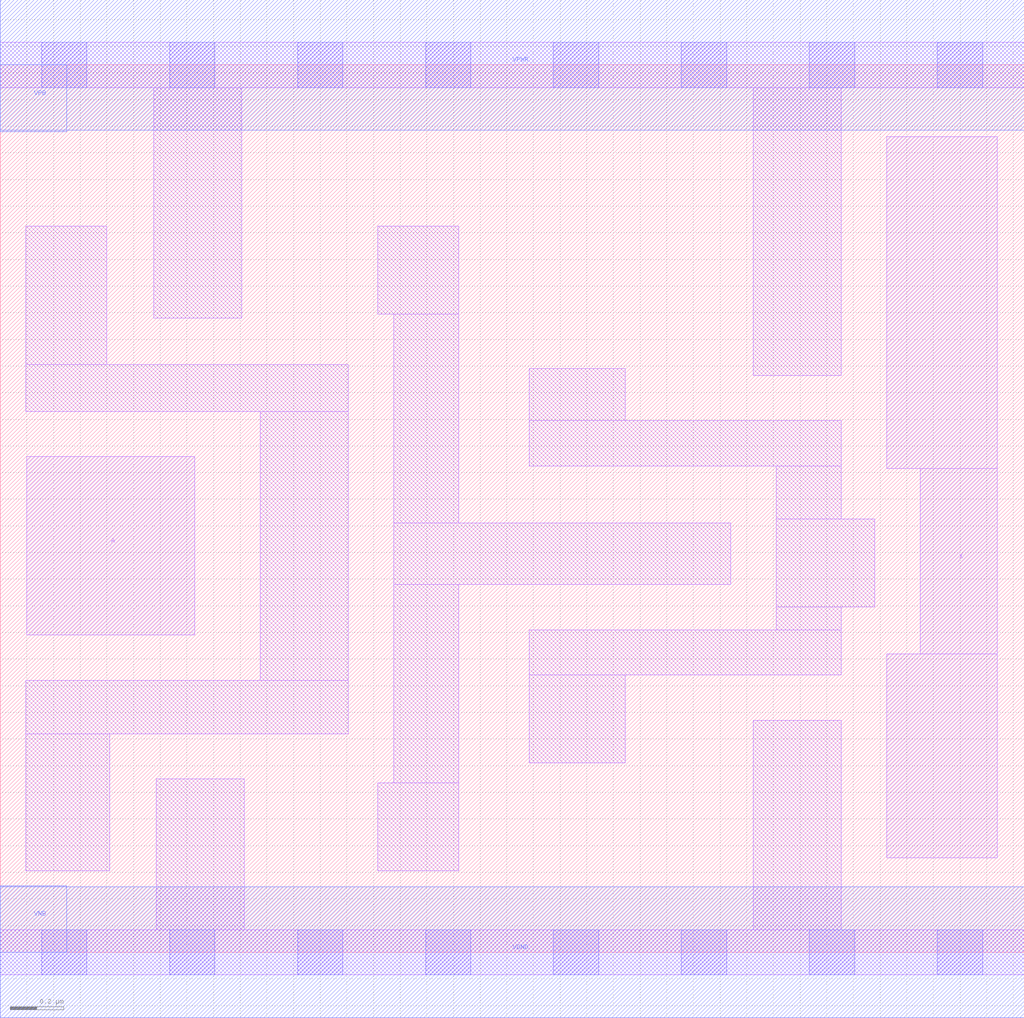
<source format=lef>
# Copyright 2020 The SkyWater PDK Authors
#
# Licensed under the Apache License, Version 2.0 (the "License");
# you may not use this file except in compliance with the License.
# You may obtain a copy of the License at
#
#     https://www.apache.org/licenses/LICENSE-2.0
#
# Unless required by applicable law or agreed to in writing, software
# distributed under the License is distributed on an "AS IS" BASIS,
# WITHOUT WARRANTIES OR CONDITIONS OF ANY KIND, either express or implied.
# See the License for the specific language governing permissions and
# limitations under the License.
#
# SPDX-License-Identifier: Apache-2.0

VERSION 5.5 ;
NAMESCASESENSITIVE ON ;
BUSBITCHARS "[]" ;
DIVIDERCHAR "/" ;
MACRO sky130_fd_sc_hs__dlygate4sd1_1
  CLASS CORE ;
  SOURCE USER ;
  ORIGIN  0.000000  0.000000 ;
  SIZE  3.840000 BY  3.330000 ;
  SYMMETRY X Y ;
  SITE unit ;
  PIN A
    ANTENNAGATEAREA  0.126000 ;
    DIRECTION INPUT ;
    USE SIGNAL ;
    PORT
      LAYER li1 ;
        RECT 0.100000 1.190000 0.730000 1.860000 ;
    END
  END A
  PIN X
    ANTENNADIFFAREA  0.509700 ;
    DIRECTION OUTPUT ;
    USE SIGNAL ;
    PORT
      LAYER li1 ;
        RECT 3.325000 0.355000 3.740000 1.120000 ;
        RECT 3.325000 1.815000 3.740000 3.060000 ;
        RECT 3.450000 1.120000 3.740000 1.815000 ;
    END
  END X
  PIN VGND
    DIRECTION INOUT ;
    USE GROUND ;
    PORT
      LAYER met1 ;
        RECT 0.000000 -0.245000 3.840000 0.245000 ;
    END
  END VGND
  PIN VNB
    DIRECTION INOUT ;
    USE GROUND ;
    PORT
      LAYER met1 ;
        RECT 0.000000 0.000000 0.250000 0.250000 ;
    END
  END VNB
  PIN VPB
    DIRECTION INOUT ;
    USE POWER ;
    PORT
      LAYER met1 ;
        RECT 0.000000 3.080000 0.250000 3.330000 ;
    END
  END VPB
  PIN VPWR
    DIRECTION INOUT ;
    USE POWER ;
    PORT
      LAYER met1 ;
        RECT 0.000000 3.085000 3.840000 3.575000 ;
    END
  END VPWR
  OBS
    LAYER li1 ;
      RECT 0.000000 -0.085000 3.840000 0.085000 ;
      RECT 0.000000  3.245000 3.840000 3.415000 ;
      RECT 0.095000  0.305000 0.410000 0.820000 ;
      RECT 0.095000  0.820000 1.305000 1.020000 ;
      RECT 0.095000  2.030000 1.305000 2.205000 ;
      RECT 0.095000  2.205000 0.400000 2.725000 ;
      RECT 0.575000  2.380000 0.905000 3.245000 ;
      RECT 0.585000  0.085000 0.915000 0.650000 ;
      RECT 0.975000  1.020000 1.305000 2.030000 ;
      RECT 1.415000  0.305000 1.720000 0.635000 ;
      RECT 1.415000  2.395000 1.720000 2.725000 ;
      RECT 1.475000  0.635000 1.720000 1.380000 ;
      RECT 1.475000  1.380000 2.740000 1.610000 ;
      RECT 1.475000  1.610000 1.720000 2.395000 ;
      RECT 1.985000  0.710000 2.345000 1.040000 ;
      RECT 1.985000  1.040000 3.155000 1.210000 ;
      RECT 1.985000  1.825000 3.155000 1.995000 ;
      RECT 1.985000  1.995000 2.345000 2.190000 ;
      RECT 2.825000  0.085000 3.155000 0.870000 ;
      RECT 2.825000  2.165000 3.155000 3.245000 ;
      RECT 2.910000  1.210000 3.155000 1.295000 ;
      RECT 2.910000  1.295000 3.280000 1.625000 ;
      RECT 2.910000  1.625000 3.155000 1.825000 ;
    LAYER mcon ;
      RECT 0.155000 -0.085000 0.325000 0.085000 ;
      RECT 0.155000  3.245000 0.325000 3.415000 ;
      RECT 0.635000 -0.085000 0.805000 0.085000 ;
      RECT 0.635000  3.245000 0.805000 3.415000 ;
      RECT 1.115000 -0.085000 1.285000 0.085000 ;
      RECT 1.115000  3.245000 1.285000 3.415000 ;
      RECT 1.595000 -0.085000 1.765000 0.085000 ;
      RECT 1.595000  3.245000 1.765000 3.415000 ;
      RECT 2.075000 -0.085000 2.245000 0.085000 ;
      RECT 2.075000  3.245000 2.245000 3.415000 ;
      RECT 2.555000 -0.085000 2.725000 0.085000 ;
      RECT 2.555000  3.245000 2.725000 3.415000 ;
      RECT 3.035000 -0.085000 3.205000 0.085000 ;
      RECT 3.035000  3.245000 3.205000 3.415000 ;
      RECT 3.515000 -0.085000 3.685000 0.085000 ;
      RECT 3.515000  3.245000 3.685000 3.415000 ;
  END
END sky130_fd_sc_hs__dlygate4sd1_1
END LIBRARY

</source>
